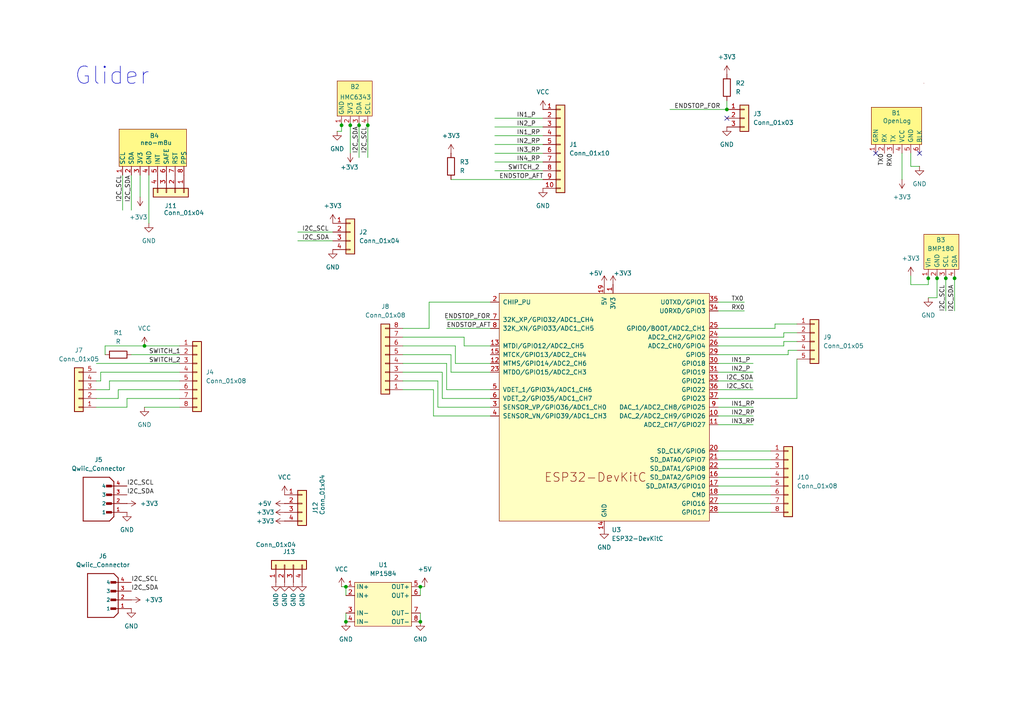
<source format=kicad_sch>
(kicad_sch (version 20250114) (generator "eeschema") (generator_version "9.0")
  (paper "A4")
  (title_block (date "2025-09-10") (rev "0"))
  (lib_symbols
    (symbol "Connector_Generic:Conn_01x03" (pin_names (offset 1.016) (hide yes))
      (property "Reference" "J" (at 0 5.08 0))
      (property "Value" "Conn_01x03" (at 0 -5.08 0))
      (symbol "Conn_01x03_1_1"
        (rectangle (start -1.27 3.81) (end 1.27 -3.81) (stroke (width 0.254)) (fill (type background)))
        (rectangle (start -1.27 2.667) (end 0 2.413) (stroke (width 0.1524)))
        (rectangle (start -1.27 0.127) (end 0 -0.127) (stroke (width 0.1524)))
        (rectangle (start -1.27 -2.413) (end 0 -2.667) (stroke (width 0.1524)))
        (pin passive line (at -5.08 2.54 0) (length 3.81) (name "Pin_1") (number "1"))
        (pin passive line (at -5.08 0 0) (length 3.81) (name "Pin_2") (number "2"))
        (pin passive line (at -5.08 -2.54 0) (length 3.81) (name "Pin_3") (number "3"))
      )
    )
    (symbol "Connector_Generic:Conn_01x04" (pin_names (offset 1.016) (hide yes))
      (property "Reference" "J" (at 0 5.08 0))
      (property "Value" "Conn_01x04" (at 0 -7.62 0))
      (symbol "Conn_01x04_1_1"
        (rectangle (start -1.27 3.81) (end 1.27 -6.35) (stroke (width 0.254)) (fill (type background)))
        (rectangle (start -1.27 2.667) (end 0 2.413) (stroke (width 0.1524)))
        (rectangle (start -1.27 0.127) (end 0 -0.127) (stroke (width 0.1524)))
        (rectangle (start -1.27 -2.413) (end 0 -2.667) (stroke (width 0.1524)))
        (rectangle (start -1.27 -4.953) (end 0 -5.207) (stroke (width 0.1524)))
        (pin passive line (at -5.08 2.54 0) (length 3.81) (name "Pin_1") (number "1"))
        (pin passive line (at -5.08 0 0) (length 3.81) (name "Pin_2") (number "2"))
        (pin passive line (at -5.08 -2.54 0) (length 3.81) (name "Pin_3") (number "3"))
        (pin passive line (at -5.08 -5.08 0) (length 3.81) (name "Pin_4") (number "4"))
      )
    )
    (symbol "Connector_Generic:Conn_01x05" (pin_names (offset 1.016) (hide yes))
      (property "Reference" "J" (at 0 7.62 0))
      (property "Value" "Conn_01x05" (at 0 -7.62 0))
      (symbol "Conn_01x05_1_1"
        (rectangle (start -1.27 6.35) (end 1.27 -6.35) (stroke (width 0.254)) (fill (type background)))
        (rectangle (start -1.27 5.207) (end 0 4.953) (stroke (width 0.1524)))
        (rectangle (start -1.27 2.667) (end 0 2.413) (stroke (width 0.1524)))
        (rectangle (start -1.27 0.127) (end 0 -0.127) (stroke (width 0.1524)))
        (rectangle (start -1.27 -2.413) (end 0 -2.667) (stroke (width 0.1524)))
        (rectangle (start -1.27 -4.953) (end 0 -5.207) (stroke (width 0.1524)))
        (pin passive line (at -5.08 5.08 0) (length 3.81) (name "Pin_1") (number "1"))
        (pin passive line (at -5.08 2.54 0) (length 3.81) (name "Pin_2") (number "2"))
        (pin passive line (at -5.08 0 0) (length 3.81) (name "Pin_3") (number "3"))
        (pin passive line (at -5.08 -2.54 0) (length 3.81) (name "Pin_4") (number "4"))
        (pin passive line (at -5.08 -5.08 0) (length 3.81) (name "Pin_5") (number "5"))
      )
    )
    (symbol "Connector_Generic:Conn_01x08" (pin_names (offset 1.016) (hide yes))
      (property "Reference" "J" (at 0 10.16 0))
      (property "Value" "Conn_01x08" (at 0 -12.7 0))
      (symbol "Conn_01x08_1_1"
        (rectangle (start -1.27 8.89) (end 1.27 -11.43) (stroke (width 0.254)) (fill (type background)))
        (rectangle (start -1.27 7.747) (end 0 7.493) (stroke (width 0.1524)))
        (rectangle (start -1.27 5.207) (end 0 4.953) (stroke (width 0.1524)))
        (rectangle (start -1.27 2.667) (end 0 2.413) (stroke (width 0.1524)))
        (rectangle (start -1.27 0.127) (end 0 -0.127) (stroke (width 0.1524)))
        (rectangle (start -1.27 -2.413) (end 0 -2.667) (stroke (width 0.1524)))
        (rectangle (start -1.27 -4.953) (end 0 -5.207) (stroke (width 0.1524)))
        (rectangle (start -1.27 -7.493) (end 0 -7.747) (stroke (width 0.1524)))
        (rectangle (start -1.27 -10.033) (end 0 -10.287) (stroke (width 0.1524)))
        (pin passive line (at -5.08 7.62 0) (length 3.81) (name "Pin_1") (number "1"))
        (pin passive line (at -5.08 5.08 0) (length 3.81) (name "Pin_2") (number "2"))
        (pin passive line (at -5.08 2.54 0) (length 3.81) (name "Pin_3") (number "3"))
        (pin passive line (at -5.08 0 0) (length 3.81) (name "Pin_4") (number "4"))
        (pin passive line (at -5.08 -2.54 0) (length 3.81) (name "Pin_5") (number "5"))
        (pin passive line (at -5.08 -5.08 0) (length 3.81) (name "Pin_6") (number "6"))
        (pin passive line (at -5.08 -7.62 0) (length 3.81) (name "Pin_7") (number "7"))
        (pin passive line (at -5.08 -10.16 0) (length 3.81) (name "Pin_8") (number "8"))
      )
    )
    (symbol "Connector_Generic:Conn_01x10" (pin_names (offset 1.016) (hide yes))
      (property "Reference" "J" (at 0 12.7 0))
      (property "Value" "Conn_01x10" (at 0 -15.24 0))
      (symbol "Conn_01x10_1_1"
        (rectangle (start -1.27 11.43) (end 1.27 -13.97) (stroke (width 0.254)) (fill (type background)))
        (rectangle (start -1.27 10.287) (end 0 10.033) (stroke (width 0.1524)))
        (rectangle (start -1.27 7.747) (end 0 7.493) (stroke (width 0.1524)))
        (rectangle (start -1.27 5.207) (end 0 4.953) (stroke (width 0.1524)))
        (rectangle (start -1.27 2.667) (end 0 2.413) (stroke (width 0.1524)))
        (rectangle (start -1.27 0.127) (end 0 -0.127) (stroke (width 0.1524)))
        (rectangle (start -1.27 -2.413) (end 0 -2.667) (stroke (width 0.1524)))
        (rectangle (start -1.27 -4.953) (end 0 -5.207) (stroke (width 0.1524)))
        (rectangle (start -1.27 -7.493) (end 0 -7.747) (stroke (width 0.1524)))
        (rectangle (start -1.27 -10.033) (end 0 -10.287) (stroke (width 0.1524)))
        (rectangle (start -1.27 -12.573) (end 0 -12.827) (stroke (width 0.1524)))
        (pin passive line (at -5.08 10.16 0) (length 3.81) (name "Pin_1") (number "1"))
        (pin passive line (at -5.08 7.62 0) (length 3.81) (name "Pin_2") (number "2"))
        (pin passive line (at -5.08 5.08 0) (length 3.81) (name "Pin_3") (number "3"))
        (pin passive line (at -5.08 2.54 0) (length 3.81) (name "Pin_4") (number "4"))
        (pin passive line (at -5.08 0 0) (length 3.81) (name "Pin_5") (number "5"))
        (pin passive line (at -5.08 -2.54 0) (length 3.81) (name "Pin_6") (number "6"))
        (pin passive line (at -5.08 -5.08 0) (length 3.81) (name "Pin_7") (number "7"))
        (pin passive line (at -5.08 -7.62 0) (length 3.81) (name "Pin_8") (number "8"))
        (pin passive line (at -5.08 -10.16 0) (length 3.81) (name "Pin_9") (number "9"))
        (pin passive line (at -5.08 -12.7 0) (length 3.81) (name "Pin_10") (number "10"))
      )
    )
    (symbol "Device:R" (pin_numbers (hide yes)) (pin_names (offset 0))
      (property "Reference" "R" (at 2.032 0 90))
      (property "Value" "R" (at 0 0 90))
      (symbol "R_0_1"
        (rectangle (start -1.016 -2.54) (end 1.016 2.54) (stroke (width 0.254)))
      )
      (symbol "R_1_1"
        (pin passive line (at 0 3.81 270) (length 1.27) (name "~") (number "1"))
        (pin passive line (at 0 -3.81 90) (length 1.27) (name "~") (number "2"))
      )
    )
    (symbol "HMC6343:HMC6343_breakout"
      (property "Reference" "B2" (at -6.858 2.286 0))
      (property "Value" "HMC6343" (at -6.858 -0.254 0))
      (symbol "HMC6343_breakout_1_1"
        (rectangle (start -7.62 4.445) (end 2.54 -5.715) (fill (type color) (color 255 248 155 1)))
        (pin input line (at -6.35 -8.4 90) (length 2.54) (name "GND") (number "1"))
        (pin input line (at -3.81 -8.4 90) (length 2.54) (name "3V3") (number "2"))
        (pin input line (at -1.27 -8.4 90) (length 2.54) (name "SDA") (number "3"))
        (pin input line (at 1.27 -8.4 90) (length 2.54) (name "SCL") (number "4"))
      )
    )
    (symbol "OpenLog:OpenLog"
      (property "Reference" "U" (at 1.778 0.762 0))
      (symbol "OpenLog_0_1"
        (rectangle (start 10.16 10.16) (end 10.16 10.16))
      )
      (symbol "OpenLog_1_1"
        (rectangle (start -5.08 3.175) (end 9.525 -7.62) (fill (type color) (color 255 249 137 1)))
        (pin input line (at -3.81 -10.16 90) (length 2.54) (name "GRN") (number "1"))
        (pin input line (at -1.27 -10.16 90) (length 2.54) (name "RX") (number "2"))
        (pin input line (at 1.27 -10.16 90) (length 2.54) (name "TX") (number "3"))
        (pin input line (at 3.81 -10.16 90) (length 2.54) (name "VCC") (number "4"))
        (pin input line (at 6.35 -10.16 90) (length 2.54) (name "GND") (number "5"))
        (pin input line (at 8.89 -10.16 90) (length 2.54) (name "BLK") (number "6"))
      )
    )
    (symbol "PCM_Espressif:ESP32-DevKitC" (pin_names (offset 1.016))
      (property "Reference" "U" (at -30.48 38.1 0))
      (property "Value" "ESP32-DevKitC" (at -30.48 35.56 0))
      (symbol "ESP32-DevKitC_0_0"
        (text "ESP32-DevKitC" (at -2.54 -20.32 0) (effects (font (size 2.54 2.54))))
        (pin power_in line (at 0 35.56 270) (length 2.54) (name "5V") (number "19"))
        (pin power_in line (at 0 -35.56 90) (length 2.54) (name "GND") (number "14"))
      )
      (symbol "ESP32-DevKitC_0_1"
        (rectangle (start -30.48 33.02) (end 30.48 -33.02) (fill (type background)))
      )
      (symbol "ESP32-DevKitC_1_1"
        (pin input line (at -33.02 30.48 0) (length 2.54) (name "CHIP_PU") (number "2"))
        (pin bidirectional line (at -33.02 25.4 0) (length 2.54) (name "32K_XP/GPIO32/ADC1_CH4") (number "7"))
        (pin bidirectional line (at -33.02 22.86 0) (length 2.54) (name "32K_XN/GPIO33/ADC1_CH5") (number "8"))
        (pin bidirectional line (at -33.02 17.78 0) (length 2.54) (name "MTDI/GPIO12/ADC2_CH5") (number "13"))
        (pin bidirectional line (at -33.02 15.24 0) (length 2.54) (name "MTCK/GPIO13/ADC2_CH4") (number "15"))
        (pin bidirectional line (at -33.02 12.7 0) (length 2.54) (name "MTMS/GPIO14/ADC2_CH6") (number "12"))
        (pin bidirectional line (at -33.02 10.16 0) (length 2.54) (name "MTDO/GPIO15/ADC2_CH3") (number "23"))
        (pin input line (at -33.02 5.08 0) (length 2.54) (name "VDET_1/GPIO34/ADC1_CH6") (number "5"))
        (pin input line (at -33.02 2.54 0) (length 2.54) (name "VDET_2/GPIO35/ADC1_CH7") (number "6"))
        (pin input line (at -33.02 0 0) (length 2.54) (name "SENSOR_VP/GPIO36/ADC1_CH0") (number "3"))
        (pin input line (at -33.02 -2.54 0) (length 2.54) (name "SENSOR_VN/GPIO39/ADC1_CH3") (number "4"))
        (pin passive line (at 0 -35.56 90) (length 2.54) (hide yes) (name "GND") (number "32"))
        (pin passive line (at 0 -35.56 90) (length 2.54) (hide yes) (name "GND") (number "38"))
        (pin power_in line (at 2.54 35.56 270) (length 2.54) (name "3V3") (number "1"))
        (pin bidirectional line (at 33.02 30.48 180) (length 2.54) (name "U0TXD/GPIO1") (number "35"))
        (pin bidirectional line (at 33.02 27.94 180) (length 2.54) (name "U0RXD/GPIO3") (number "34"))
        (pin bidirectional line (at 33.02 22.86 180) (length 2.54) (name "GPIO0/BOOT/ADC2_CH1") (number "25"))
        (pin bidirectional line (at 33.02 20.32 180) (length 2.54) (name "ADC2_CH2/GPIO2") (number "24"))
        (pin bidirectional line (at 33.02 17.78 180) (length 2.54) (name "ADC2_CH0/GPIO4") (number "26"))
        (pin bidirectional line (at 33.02 15.24 180) (length 2.54) (name "GPIO5") (number "29"))
        (pin bidirectional line (at 33.02 12.7 180) (length 2.54) (name "GPIO18") (number "30"))
        (pin bidirectional line (at 33.02 10.16 180) (length 2.54) (name "GPIO19") (number "31"))
        (pin bidirectional line (at 33.02 7.62 180) (length 2.54) (name "GPIO21") (number "33"))
        (pin bidirectional line (at 33.02 5.08 180) (length 2.54) (name "GPIO22") (number "36"))
        (pin bidirectional line (at 33.02 2.54 180) (length 2.54) (name "GPIO23") (number "37"))
        (pin bidirectional line (at 33.02 0 180) (length 2.54) (name "DAC_1/ADC2_CH8/GPIO25") (number "9"))
        (pin bidirectional line (at 33.02 -2.54 180) (length 2.54) (name "DAC_2/ADC2_CH9/GPIO26") (number "10"))
        (pin bidirectional line (at 33.02 -5.08 180) (length 2.54) (name "ADC2_CH7/GPIO27") (number "11"))
        (pin bidirectional line (at 33.02 -12.7 180) (length 2.54) (name "SD_CLK/GPIO6") (number "20"))
        (pin bidirectional line (at 33.02 -15.24 180) (length 2.54) (name "SD_DATA0/GPIO7") (number "21"))
        (pin bidirectional line (at 33.02 -17.78 180) (length 2.54) (name "SD_DATA1/GPIO8") (number "22"))
        (pin bidirectional line (at 33.02 -20.32 180) (length 2.54) (name "SD_DATA2/GPIO9") (number "16"))
        (pin bidirectional line (at 33.02 -22.86 180) (length 2.54) (name "SD_DATA3/GPIO10") (number "17"))
        (pin bidirectional line (at 33.02 -25.4 180) (length 2.54) (name "CMD") (number "18"))
        (pin bidirectional line (at 33.02 -27.94 180) (length 2.54) (name "GPIO16") (number "27"))
        (pin bidirectional line (at 33.02 -30.48 180) (length 2.54) (name "GPIO17") (number "28"))
      )
    )
    (symbol "Qwiic:Qwiic_Connector" (pin_names (offset 1.016))
      (property "Reference" "J" (at -2.54 8.382 0))
      (property "Value" "Qwiic_Connector" (at -2.54 -7.62 0))
      (symbol "Qwiic_Connector_0_0"
        (polyline (pts (xy -3.81 6.35) (xy -3.81 -3.81)) (stroke (width 0.254)))
        (polyline (pts (xy -3.81 6.35) (xy -2.54 7.62)) (stroke (width 0.254)))
        (polyline (pts (xy -3.81 -3.81) (xy -2.54 -5.08)) (stroke (width 0.254)))
        (rectangle (start -3.175 4.7625) (end -1.5875 5.3975) (stroke (width 0.1)) (fill (type outline)))
        (rectangle (start -3.175 2.2225) (end -1.5875 2.8575) (stroke (width 0.1)) (fill (type outline)))
        (rectangle (start -3.175 -0.3175) (end -1.5875 0.3175) (stroke (width 0.1)) (fill (type outline)))
        (rectangle (start -3.175 -2.8575) (end -1.5875 -2.2225) (stroke (width 0.1)) (fill (type outline)))
        (polyline (pts (xy -2.54 -5.08) (xy 5.08 -5.08)) (stroke (width 0.254)))
        (polyline (pts (xy 5.08 7.62) (xy -2.54 7.62)) (stroke (width 0.254)))
        (polyline (pts (xy 5.08 -5.08) (xy 5.08 7.62)) (stroke (width 0.254)))
        (pin passive line (at -7.62 5.08 0) (length 5.08) (name "1") (number "1"))
        (pin passive line (at -7.62 2.54 0) (length 5.08) (name "2") (number "2"))
        (pin passive line (at -7.62 0 0) (length 5.08) (name "3") (number "3"))
        (pin passive line (at -7.62 -2.54 0) (length 5.08) (name "4") (number "4"))
      )
    )
    (symbol "Symbols:MP1584"
      (property "Reference" "U" (at 0 0 0))
      (symbol "MP1584_1_1"
        (rectangle (start -7.62 1.27) (end 8.89 -11.43) (fill (type color) (color 255 252 191 1)))
        (pin input line (at -10.16 0 0) (length 2.54) (name "IN+") (number "1"))
        (pin input line (at -10.16 -2.54 0) (length 2.54) (name "IN+") (number "2"))
        (pin input line (at -10.16 -7.62 0) (length 2.54) (name "IN-") (number "3"))
        (pin input line (at -10.16 -10.16 0) (length 2.54) (name "IN-") (number "4"))
        (pin output line (at 11.43 0 180) (length 2.54) (name "OUT+") (number "5"))
        (pin output line (at 11.43 -2.54 180) (length 2.54) (name "OUT+") (number "6"))
        (pin output line (at 11.43 -7.62 180) (length 2.54) (name "OUT-") (number "7"))
        (pin output line (at 11.43 -10.16 180) (length 2.54) (name "OUT-") (number "8"))
      )
    )
    (symbol "bmp180_breakout:bmp180"
      (property "Reference" "B3" (at -1.524 1.524 0))
      (property "Value" "BMP180" (at -4.064 -1.016 0))
      (symbol "bmp180_1_1"
        (rectangle (start -5.08 3.175) (end 5.08 -6.985) (fill (type color) (color 255 248 155 1)))
        (pin input line (at -3.81 -9.6 90) (length 2.54) (name "Vin") (number "1"))
        (pin input line (at -1.27 -9.6 90) (length 2.54) (name "GND") (number "2"))
        (pin input line (at 1.27 -9.6 90) (length 2.54) (name "SCL") (number "3"))
        (pin input line (at 3.81 -9.6 90) (length 2.54) (name "SDA") (number "4"))
      )
    )
    (symbol "neo-m8u:NEO-M8U"
      (property "Reference" "B4" (at -1.016 1.27 0))
      (property "Value" "neo-m8u" (at -3.81 -0.762 0))
      (symbol "NEO-M8U_1_1"
        (rectangle (start -9.906 3.175) (end 9.652 -7.62) (fill (type color) (color 255 249 137 1)))
        (pin input line (at -8.89 -10.16 90) (length 2.54) (name "SCL") (number "1"))
        (pin input line (at -6.35 -10.16 90) (length 2.54) (name "SDA") (number "2"))
        (pin input line (at -3.81 -10.16 90) (length 2.54) (name "3V3") (number "3"))
        (pin input line (at -1.27 -10.16 90) (length 2.54) (name "GND") (number "4"))
        (pin input line (at 1.27 -10.16 90) (length 2.54) (name "INT") (number "5"))
        (pin input line (at 3.81 -10.16 90) (length 2.54) (name "SAFE") (number "6"))
        (pin input line (at 6.35 -10.16 90) (length 2.54) (name "RST") (number "7"))
        (pin input line (at 8.89 -10.16 90) (length 2.54) (name "PPS") (number "8"))
      )
    )
    (symbol "power:+3V3" (power) (pin_numbers (hide yes)) (pin_names (offset 0) (hide yes))
      (property "Value" "+3V3" (at 0 3.556 0))
      (symbol "+3V3_0_1"
        (polyline (pts (xy -0.762 1.27) (xy 0 2.54)))
        (polyline (pts (xy 0 2.54) (xy 0.762 1.27)))
        (polyline (pts (xy 0 0) (xy 0 2.54)))
      )
      (symbol "+3V3_1_1"
        (pin power_in line (at 0 0 90) (length 0) (name "~") (number "1"))
      )
    )
    (symbol "power:+5V" (power) (pin_numbers (hide yes)) (pin_names (offset 0) (hide yes))
      (property "Value" "+5V" (at 0 3.556 0))
      (symbol "+5V_0_1"
        (polyline (pts (xy -0.762 1.27) (xy 0 2.54)))
        (polyline (pts (xy 0 2.54) (xy 0.762 1.27)))
        (polyline (pts (xy 0 0) (xy 0 2.54)))
      )
      (symbol "+5V_1_1"
        (pin power_in line (at 0 0 90) (length 0) (name "~") (number "1"))
      )
    )
    (symbol "power:GND" (power) (pin_numbers (hide yes)) (pin_names (offset 0) (hide yes))
      (property "Value" "GND" (at 0 -3.81 0))
      (symbol "GND_0_1"
        (polyline (pts (xy 0 0) (xy 0 -1.27) (xy 1.27 -1.27) (xy 0 -2.54) (xy -1.27 -1.27) (xy 0 -1.27)))
      )
      (symbol "GND_1_1"
        (pin power_in line (at 0 0 270) (length 0) (name "~") (number "1"))
      )
    )
    (symbol "power:VCC" (power) (pin_numbers (hide yes)) (pin_names (offset 0) (hide yes))
      (property "Value" "VCC" (at 0 3.556 0))
      (symbol "VCC_0_1"
        (polyline (pts (xy -0.762 1.27) (xy 0 2.54)))
        (polyline (pts (xy 0 2.54) (xy 0.762 1.27)))
        (polyline (pts (xy 0 0) (xy 0 2.54)))
      )
      (symbol "VCC_1_1"
        (pin power_in line (at 0 0 90) (length 0) (name "~") (number "1"))
      )
    )
  )
  (text "Glider\n" (at 32.512 22.098 0) (effects (font (size 5 5))))
  (junction (at 269.24 80.72))
  (junction (at 121.92 170.18))
  (junction (at 101.6 36.34))
  (junction (at 121.92 180.34))
  (junction (at 100.33 170.18))
  (junction (at 106.68 36.34))
  (junction (at 99.06 36.34))
  (junction (at 276.86 80.72))
  (junction (at 100.33 180.34))
  (junction (at 210.82 31.75))
  (junction (at 104.14 36.34))
  (junction (at 271.78 80.72))
  (junction (at 41.91 100.33))
  (junction (at 274.32 80.72))
  (no_connect (at 210.82 34.29))
  (no_connect (at 266.7 44.45))
  (no_connect (at 254 44.45))
  (wire (pts (xy 34.29 115.57) (xy 34.29 113.03)))
  (wire (pts (xy 36.83 118.11) (xy 36.83 115.57)))
  (wire (pts (xy 130.81 102.87) (xy 116.84 102.87)))
  (wire (pts (xy 208.28 148.59) (xy 223.52 148.59)))
  (wire (pts (xy 128.27 107.95) (xy 128.27 115.57)))
  (wire (pts (xy 264.16 82.55) (xy 269.24 82.55)))
  (wire (pts (xy 143.51 41.91) (xy 157.48 41.91)))
  (wire (pts (xy 121.92 170.18) (xy 121.92 172.72)))
  (wire (pts (xy 31.75 113.03) (xy 31.75 110.49)))
  (wire (pts (xy 130.81 102.87) (xy 130.81 107.95)))
  (wire (pts (xy 264.16 80.01) (xy 264.16 82.55)))
  (wire (pts (xy 271.78 80.01) (xy 271.78 80.72)))
  (wire (pts (xy 29.21 107.95) (xy 52.07 107.95)))
  (wire (pts (xy 143.51 36.83) (xy 157.48 36.83)))
  (wire (pts (xy 27.94 118.11) (xy 36.83 118.11)))
  (wire (pts (xy 142.24 120.65) (xy 125.73 120.65)))
  (wire (pts (xy 208.28 130.81) (xy 223.52 130.81)))
  (wire (pts (xy 38.1 50.8) (xy 38.1 60.96)))
  (wire (pts (xy 228.6 101.6) (xy 231.14 101.6)))
  (wire (pts (xy 99.06 35.56) (xy 99.06 36.34)))
  (wire (pts (xy 269.24 86.36) (xy 271.78 86.36)))
  (wire (pts (xy 116.84 105.41) (xy 129.54 105.41)))
  (wire (pts (xy 36.83 115.57) (xy 52.07 115.57)))
  (wire (pts (xy 134.62 97.79) (xy 134.62 100.33)))
  (wire (pts (xy 143.51 44.45) (xy 157.48 44.45)))
  (wire (pts (xy 41.91 118.11) (xy 52.07 118.11)))
  (wire (pts (xy 227.33 96.52) (xy 231.14 96.52)))
  (wire (pts (xy 269.24 80.01) (xy 269.24 80.72)))
  (wire (pts (xy 30.48 100.33) (xy 41.91 100.33)))
  (wire (pts (xy 143.51 49.53) (xy 157.48 49.53)))
  (wire (pts (xy 27.94 113.03) (xy 31.75 113.03)))
  (wire (pts (xy 208.28 90.17) (xy 215.9 90.17)))
  (wire (pts (xy 208.28 140.97) (xy 223.52 140.97)))
  (wire (pts (xy 274.32 80.72) (xy 274.32 90.17)))
  (wire (pts (xy 121.92 170.18) (xy 123.19 170.18)))
  (wire (pts (xy 210.82 29.21) (xy 210.82 31.75)))
  (wire (pts (xy 208.28 138.43) (xy 223.52 138.43)))
  (wire (pts (xy 194.31 31.75) (xy 210.82 31.75)))
  (wire (pts (xy 228.6 102.87) (xy 228.6 101.6)))
  (wire (pts (xy 143.51 46.99) (xy 157.48 46.99)))
  (wire (pts (xy 116.84 97.79) (xy 134.62 97.79)))
  (wire (pts (xy 29.21 110.49) (xy 29.21 107.95)))
  (wire (pts (xy 129.54 105.41) (xy 129.54 113.03)))
  (wire (pts (xy 208.28 123.19) (xy 218.44 123.19)))
  (wire (pts (xy 38.1 102.87) (xy 52.07 102.87)))
  (wire (pts (xy 218.44 110.49) (xy 208.28 110.49)))
  (wire (pts (xy 124.46 87.63) (xy 142.24 87.63)))
  (wire (pts (xy 224.79 95.25) (xy 208.28 95.25)))
  (wire (pts (xy 208.28 102.87) (xy 228.6 102.87)))
  (wire (pts (xy 231.14 115.57) (xy 231.14 104.14)))
  (wire (pts (xy 30.48 102.87) (xy 30.48 100.33)))
  (wire (pts (xy 208.28 146.05) (xy 223.52 146.05)))
  (wire (pts (xy 128.27 107.95) (xy 116.84 107.95)))
  (wire (pts (xy 208.28 135.89) (xy 223.52 135.89)))
  (wire (pts (xy 208.28 133.35) (xy 223.52 133.35)))
  (wire (pts (xy 129.54 95.25) (xy 142.24 95.25)))
  (wire (pts (xy 124.46 87.63) (xy 124.46 95.25)))
  (wire (pts (xy 208.28 87.63) (xy 215.9 87.63)))
  (wire (pts (xy 124.46 95.25) (xy 116.84 95.25)))
  (wire (pts (xy 130.81 107.95) (xy 142.24 107.95)))
  (wire (pts (xy 116.84 110.49) (xy 127 110.49)))
  (wire (pts (xy 208.28 120.65) (xy 218.44 120.65)))
  (wire (pts (xy 116.84 113.03) (xy 125.73 113.03)))
  (wire (pts (xy 261.62 44.45) (xy 261.62 52.07)))
  (wire (pts (xy 27.94 105.41) (xy 52.07 105.41)))
  (wire (pts (xy 99.06 170.18) (xy 100.33 170.18)))
  (wire (pts (xy 143.51 39.37) (xy 157.48 39.37)))
  (wire (pts (xy 227.33 100.33) (xy 208.28 100.33)))
  (wire (pts (xy 208.28 105.41) (xy 218.44 105.41)))
  (wire (pts (xy 31.75 110.49) (xy 52.07 110.49)))
  (wire (pts (xy 208.28 118.11) (xy 218.44 118.11)))
  (wire (pts (xy 127 118.11) (xy 142.24 118.11)))
  (wire (pts (xy 101.6 35.56) (xy 101.6 36.34)))
  (wire (pts (xy 132.08 105.41) (xy 142.24 105.41)))
  (wire (pts (xy 271.78 80.72) (xy 271.78 86.36)))
  (wire (pts (xy 128.27 115.57) (xy 142.24 115.57)))
  (wire (pts (xy 121.92 177.8) (xy 121.92 180.34)))
  (wire (pts (xy 34.29 113.03) (xy 52.07 113.03)))
  (wire (pts (xy 227.33 99.06) (xy 227.33 100.33)))
  (wire (pts (xy 143.51 34.29) (xy 157.48 34.29)))
  (wire (pts (xy 208.28 143.51) (xy 223.52 143.51)))
  (wire (pts (xy 86.36 67.31) (xy 96.52 67.31)))
  (wire (pts (xy 101.6 36.34) (xy 101.6 44.45)))
  (wire (pts (xy 227.33 97.79) (xy 227.33 96.52)))
  (wire (pts (xy 231.14 93.98) (xy 224.79 93.98)))
  (wire (pts (xy 134.62 100.33) (xy 142.24 100.33)))
  (wire (pts (xy 106.68 45.72) (xy 106.68 36.34)))
  (wire (pts (xy 274.32 80.01) (xy 274.32 80.72)))
  (wire (pts (xy 130.81 52.07) (xy 157.48 52.07)))
  (wire (pts (xy 264.16 48.26) (xy 266.7 48.26)))
  (wire (pts (xy 132.08 100.33) (xy 132.08 105.41)))
  (wire (pts (xy 264.16 44.45) (xy 264.16 48.26)))
  (wire (pts (xy 224.79 93.98) (xy 224.79 95.25)))
  (wire (pts (xy 104.14 45.72) (xy 104.14 36.34)))
  (wire (pts (xy 106.68 36.34) (xy 106.68 35.56)))
  (wire (pts (xy 100.33 170.18) (xy 100.33 172.72)))
  (wire (pts (xy 27.94 115.57) (xy 34.29 115.57)))
  (wire (pts (xy 218.44 113.03) (xy 208.28 113.03)))
  (wire (pts (xy 129.54 92.71) (xy 142.24 92.71)))
  (wire (pts (xy 104.14 36.34) (xy 104.14 35.56)))
  (wire (pts (xy 129.54 113.03) (xy 142.24 113.03)))
  (wire (pts (xy 125.73 113.03) (xy 125.73 120.65)))
  (wire (pts (xy 35.56 50.8) (xy 35.56 60.96)))
  (wire (pts (xy 276.86 80.72) (xy 276.86 90.17)))
  (wire (pts (xy 208.28 97.79) (xy 227.33 97.79)))
  (wire (pts (xy 27.94 110.49) (xy 29.21 110.49)))
  (wire (pts (xy 40.64 50.8) (xy 40.64 57.15)))
  (wire (pts (xy 269.24 80.72) (xy 269.24 82.55)))
  (wire (pts (xy 41.91 100.33) (xy 52.07 100.33)))
  (wire (pts (xy 127 110.49) (xy 127 118.11)))
  (wire (pts (xy 43.18 50.8) (xy 43.18 64.77)))
  (wire (pts (xy 100.33 177.8) (xy 100.33 180.34)))
  (wire (pts (xy 208.28 115.57) (xy 231.14 115.57)))
  (wire (pts (xy 116.84 100.33) (xy 132.08 100.33)))
  (wire (pts (xy 231.14 99.06) (xy 227.33 99.06)))
  (wire (pts (xy 97.79 38.1) (xy 99.06 38.1)))
  (wire (pts (xy 276.86 80.01) (xy 276.86 80.72)))
  (wire (pts (xy 86.36 69.85) (xy 96.52 69.85)))
  (wire (pts (xy 208.28 107.95) (xy 218.44 107.95)))
  (wire (pts (xy 99.06 36.34) (xy 99.06 38.1)))
  (label "RX0" (at 212.09 90.17 0))
  (label "I2C_SDA" (at 38.1 171.45 0))
  (label "IN1_P" (at 212.09 105.41 0))
  (label "I2C_SDA" (at 87.63 69.85 0))
  (label "TX0" (at 212.09 87.63 0))
  (label "I2C_SDA" (at 218.44 110.49 180))
  (label "IN2_RP" (at 149.86 41.91 0))
  (label "TX0" (at 256.54 44.45 270))
  (label "IN2_P" (at 212.09 107.95 0))
  (label "ENDSTOP_FOR" (at 142.24 92.71 180))
  (label "I2C_SDA" (at 36.83 143.51 0))
  (label "IN2_P" (at 149.86 36.83 0))
  (label "I2C_SCL" (at 38.1 168.91 0))
  (label "I2C_SCL" (at 274.32 82.55 270))
  (label "SWITCH_2" (at 43.18 105.41 0))
  (label "IN3_RP" (at 212.09 123.19 0))
  (label "I2C_SCL" (at 35.56 50.8 270))
  (label "IN3_RP" (at 149.86 44.45 0))
  (label "I2C_SDA" (at 104.14 44.45 90))
  (label "I2C_SDA" (at 38.1 50.8 270))
  (label "SWITCH_1" (at 43.18 102.87 0))
  (label "RX0" (at 259.08 44.45 270))
  (label "I2C_SDA" (at 276.86 82.55 270))
  (label "ENDSTOP_FOR" (at 195.58 31.75 0))
  (label "IN1_RP" (at 212.09 118.11 0))
  (label "SWITCH_2" (at 147.32 49.53 0))
  (label "IN1_P" (at 149.86 34.29 0))
  (label "ENDSTOP_AFT" (at 129.54 95.25 0))
  (label "I2C_SCL" (at 218.44 113.03 180))
  (label "ENDSTOP_AFT" (at 144.78 52.07 0))
  (label "IN2_RP" (at 212.09 120.65 0))
  (label "IN4_RP" (at 149.86 46.99 0))
  (label "I2C_SCL" (at 87.63 67.31 0))
  (label "I2C_SCL" (at 106.68 44.45 90))
  (label "I2C_SCL" (at 36.83 140.97 0))
  (label "IN1_RP" (at 149.86 39.37 0))
  (symbol (lib_id "Connector_Generic:Conn_01x05") (at 22.86 113.03 180) (unit 1)
    (property "Reference" "J7" (at 22.86 101.6 0))
    (property "Value" "Conn_01x05" (at 22.86 104.14 0))
    (property "Footprint" "Connector_PinHeader_2.54mm:PinHeader_1x05_P2.54mm_Vertical" (effects (hide yes)))
    (property "Description" "Generic connector, single row, 01x05, script generated (kicad-library-utils/schlib/autogen/connector/)" (effects (hide yes)))
  )
  (symbol (lib_id "power:GND") (at 97.79 38.1 0) (unit 1)
    (property "Reference" "#PWR014" (effects (hide yes)))
    (property "Value" "GND" (at 97.79 43.18 0))
    (property "Description" "Power symbol creates a global label with name \"GND\" , ground" (effects (hide yes)))
  )
  (symbol (lib_id "power:GND") (at 82.55 168.91 0) (unit 1)
    (property "Reference" "#PWR035" (effects (hide yes)))
    (property "Value" "GND" (at 82.55 173.99 90))
    (property "Description" "Power symbol creates a global label with name \"GND\" , ground" (effects (hide yes)))
  )
  (symbol (lib_id "power:GND") (at 87.63 168.91 0) (unit 1)
    (property "Reference" "#PWR033" (effects (hide yes)))
    (property "Value" "GND" (at 87.63 173.99 90))
    (property "Description" "Power symbol creates a global label with name \"GND\" , ground" (effects (hide yes)))
  )
  (symbol (lib_id "neo-m8u:NEO-M8U") (at 44.45 40.64 0) (unit 1)
    (property "Reference" "B4" (at 43.434 39.37 0) (effects (justify left)))
    (property "Value" "neo-m8u" (at 40.64 41.402 0) (effects (justify left)))
    (property "Footprint" "NEO-M8U:neo-m8u" (effects (hide yes)))
  )
  (symbol (lib_id "Device:R") (at 210.82 25.4 180) (unit 1)
    (property "Reference" "R2" (at 213.36 24.1299 0) (effects (justify right)))
    (property "Value" "R" (at 213.36 26.6699 0) (effects (justify right)))
    (property "Footprint" "Resistor_THT:R_Axial_DIN0207_L6.3mm_D2.5mm_P7.62mm_Horizontal" (effects (hide yes)))
    (property "Description" "Resistor" (effects (hide yes)))
  )
  (symbol (lib_id "Device:R") (at 34.29 102.87 90) (unit 1)
    (property "Reference" "R1" (at 34.29 96.52 90))
    (property "Value" "R" (at 34.29 99.06 90))
    (property "Footprint" "Resistor_THT:R_Axial_DIN0207_L6.3mm_D2.5mm_P7.62mm_Horizontal" (effects (hide yes)))
    (property "Description" "Resistor" (effects (hide yes)))
  )
  (symbol (lib_id "Connector_Generic:Conn_01x08") (at 228.6 138.43 0) (unit 1)
    (property "Reference" "J10" (at 231.14 138.4299 0) (effects (justify left)))
    (property "Value" "Conn_01x08" (at 231.14 140.9699 0) (effects (justify left)))
    (property "Description" "Generic connector, single row, 01x08, script generated (kicad-library-utils/schlib/autogen/connector/)" (effects (hide yes)))
  )
  (symbol (lib_id "power:GND") (at 121.92 180.34 0) (unit 1)
    (property "Reference" "#PWR08" (effects (hide yes)))
    (property "Value" "GND" (at 121.92 185.42 0))
    (property "Description" "Power symbol creates a global label with name \"GND\" , ground" (effects (hide yes)))
  )
  (symbol (lib_id "power:GND") (at 36.83 148.59 0) (unit 1)
    (property "Reference" "#PWR022" (effects (hide yes)))
    (property "Value" "GND" (at 36.83 153.67 0))
    (property "Description" "Power symbol creates a global label with name \"GND\" , ground" (effects (hide yes)))
  )
  (symbol (lib_id "Connector_Generic:Conn_01x05") (at 236.22 99.06 0) (unit 1)
    (property "Reference" "J9" (at 238.76 97.7899 0) (effects (justify left)))
    (property "Value" "Conn_01x05" (at 238.76 100.3299 0) (effects (justify left)))
    (property "Footprint" "Connector_PinHeader_2.54mm:PinHeader_1x05_P2.54mm_Vertical" (effects (hide yes)))
    (property "Description" "Generic connector, single row, 01x05, script generated (kicad-library-utils/schlib/autogen/connector/)" (effects (hide yes)))
  )
  (symbol (lib_id "power:GND") (at 266.7 48.26 0) (unit 1)
    (property "Reference" "#PWR013" (effects (hide yes)))
    (property "Value" "GND" (at 266.7 53.34 0))
    (property "Description" "Power symbol creates a global label with name \"GND\" , ground" (effects (hide yes)))
  )
  (symbol (lib_id "PCM_Espressif:ESP32-DevKitC") (at 175.26 118.11 0) (unit 1)
    (property "Reference" "U3" (at 177.4033 153.67 0) (effects (justify left)))
    (property "Value" "ESP32-DevKitC" (at 177.4033 156.21 0) (effects (justify left)))
    (property "Footprint" "PCM_Espressif:ESP32-DevKitC" (effects (hide yes)))
    (property "Datasheet" "https://docs.espressif.com/projects/esp-idf/zh_CN/latest/esp32/hw-reference/esp32/get-started-devkitc.html" (effects (hide yes)))
    (property "Description" "Development Kit" (effects (hide yes)))
  )
  (symbol (lib_id "power:VCC") (at 82.55 143.51 0) (unit 1)
    (property "Reference" "#PWR029" (effects (hide yes)))
    (property "Value" "VCC" (at 82.55 138.43 0))
    (property "Description" "Power symbol creates a global label with name \"VCC\"" (effects (hide yes)))
  )
  (symbol (lib_id "Connector_Generic:Conn_01x08") (at 57.15 107.95 0) (unit 1)
    (property "Reference" "J4" (at 59.69 107.9499 0) (effects (justify left)))
    (property "Value" "Conn_01x08" (at 59.69 110.4899 0) (effects (justify left)))
    (property "Footprint" "Connector_JST:JST_XH_B8B-XH-AM_1x08_P2.50mm_Vertical" (effects (hide yes)))
    (property "Description" "Generic connector, single row, 01x08, script generated (kicad-library-utils/schlib/autogen/connector/)" (effects (hide yes)))
  )
  (symbol (lib_id "Qwiic:Qwiic_Connector") (at 29.21 143.51 180) (unit 1)
    (property "Reference" "J5" (at 28.575 133.35 0))
    (property "Value" "Qwiic_Connector" (at 28.575 135.89 0))
    (property "Footprint" "Qwiic:Qwiic" (effects (hide yes)))
    (property "MF" "SparkFun Electronics" (effects (hide yes)))
    (property "MAXIMUM_PACKAGE_HEIGHT" "2.9 mm" (effects (hide yes)))
    (property "Package" "None" (effects (hide yes)))
    (property "Price" "None" (effects (hide yes)))
    (property "Check_prices" "https://www.snapeda.com/parts/PRT-14417/SparkFun/view-part/?ref=eda" (effects (hide yes)))
    (property "STANDARD" "Manufacturer Recommendations" (effects (hide yes)))
    (property "PARTREV" "NA" (effects (hide yes)))
    (property "SnapEDA_Link" "https://www.snapeda.com/parts/PRT-14417/SparkFun/view-part/?ref=snap" (effects (hide yes)))
    (property "MP" "PRT-14417" (effects (hide yes)))
    (property "Purchase-URL" "https://www.snapeda.com/api/url_track_click_mouser/?unipart_id=2758166&manufacturer=SparkFun Electronics&part_name=PRT-14417&search_term=None" (effects (hide yes)))
    (property "Description_1" "QWIIC JST CONNECTOR - SMD 4-PIN" (effects (hide yes)))
    (property "Availability" "In Stock" (effects (hide yes)))
    (property "MANUFACTURER" "SparkFun Electronics" (effects (hide yes)))
  )
  (symbol (lib_id "power:+3V3") (at 36.83 146.05 270) (unit 1)
    (property "Reference" "#PWR024" (effects (hide yes)))
    (property "Value" "+3V3" (at 40.64 146.0499 90) (effects (justify left)))
    (property "Description" "Power symbol creates a global label with name \"+3V3\"" (effects (hide yes)))
  )
  (symbol (lib_id "power:+5V") (at 175.26 82.55 0) (unit 1)
    (property "Reference" "#PWR015" (effects (hide yes)))
    (property "Value" "+5V" (at 172.72 79.248 0))
    (property "Description" "Power symbol creates a global label with name \"+5V\"" (effects (hide yes)))
  )
  (symbol (lib_id "OpenLog:OpenLog") (at 257.81 34.29 0) (unit 1)
    (property "Reference" "B1" (at 258.572 32.766 0) (effects (justify left)))
    (property "Value" "OpenLog" (at 256.032 35.052 0) (effects (justify left)))
    (property "Footprint" "OpenLog:OpenLog" (effects (hide yes)))
  )
  (symbol (lib_id "power:+3V3") (at 101.6 44.45 180) (unit 1)
    (property "Reference" "#PWR011" (effects (hide yes)))
    (property "Value" "+3V3" (at 101.346 48.514 0))
    (property "Description" "Power symbol creates a global label with name \"+3V3\"" (effects (hide yes)))
  )
  (symbol (lib_id "HMC6343:HMC6343_breakout") (at 105.41 27.94 0) (unit 1)
    (property "Reference" "B2" (at 101.6 25.146 0) (effects (justify left)))
    (property "Value" "HMC6343" (at 98.552 28.194 0) (effects (justify left)))
    (property "Footprint" "HMC6343_breakout:HMC6343" (effects (hide yes)))
  )
  (symbol (lib_id "power:GND") (at 210.82 36.83 0) (unit 1)
    (property "Reference" "#PWR026" (effects (hide yes)))
    (property "Value" "GND" (at 210.82 41.91 0))
    (property "Description" "Power symbol creates a global label with name \"GND\" , ground" (effects (hide yes)))
  )
  (symbol (lib_id "power:GND") (at 85.09 168.91 0) (unit 1)
    (property "Reference" "#PWR034" (effects (hide yes)))
    (property "Value" "GND" (at 85.09 173.99 90))
    (property "Description" "Power symbol creates a global label with name \"GND\" , ground" (effects (hide yes)))
  )
  (symbol (lib_id "Connector_Generic:Conn_01x04") (at 50.8 55.88 270) (unit 1)
    (property "Reference" "J11" (at 49.53 59.69 90))
    (property "Value" "Conn_01x04" (at 53.34 61.722 90))
    (property "Footprint" "Connector_PinHeader_2.54mm:PinHeader_1x04_P2.54mm_Vertical" (effects (hide yes)))
    (property "Description" "Generic connector, single row, 01x04, script generated (kicad-library-utils/schlib/autogen/connector/)" (effects (hide yes)))
  )
  (symbol (lib_id "bmp180_breakout:bmp180") (at 273.05 71.12 0) (unit 1)
    (property "Reference" "B3" (at 271.526 69.596 0) (effects (justify left)))
    (property "Value" "BMP180" (at 268.986 72.136 0) (effects (justify left)))
    (property "Footprint" "bmp180_breakout:bmp180" (effects (hide yes)))
  )
  (symbol (lib_id "Connector_Generic:Conn_01x03") (at 215.9 34.29 0) (unit 1)
    (property "Reference" "J3" (at 218.44 33.0199 0) (effects (justify left)))
    (property "Value" "Conn_01x03" (at 218.44 35.5599 0) (effects (justify left)))
    (property "Footprint" "Connector_JST:JST_XH_B3B-XH-AM_1x03_P2.50mm_Vertical" (effects (hide yes)))
    (property "Description" "Generic connector, single row, 01x03, script generated (kicad-library-utils/schlib/autogen/connector/)" (effects (hide yes)))
  )
  (symbol (lib_id "power:+3V3") (at 38.1 173.99 270) (unit 1)
    (property "Reference" "#PWR025" (effects (hide yes)))
    (property "Value" "+3V3" (at 41.91 173.9899 90) (effects (justify left)))
    (property "Description" "Power symbol creates a global label with name \"+3V3\"" (effects (hide yes)))
  )
  (symbol (lib_id "power:GND") (at 175.26 153.67 0) (unit 1)
    (property "Reference" "#PWR05" (effects (hide yes)))
    (property "Value" "GND" (at 175.26 158.75 0))
    (property "Description" "Power symbol creates a global label with name \"GND\" , ground" (effects (hide yes)))
  )
  (symbol (lib_id "Connector_Generic:Conn_01x10") (at 162.56 41.91 0) (unit 1)
    (property "Reference" "J1" (at 165.1 41.9099 0) (effects (justify left)))
    (property "Value" "Conn_01x10" (at 165.1 44.4499 0) (effects (justify left)))
    (property "Footprint" "Connector_JST:JST_XH_S10B-XH-A-1_1x10_P2.50mm_Horizontal" (effects (hide yes)))
    (property "Description" "Generic connector, single row, 01x10, script generated (kicad-library-utils/schlib/autogen/connector/)" (effects (hide yes)))
  )
  (symbol (lib_id "Connector_Generic:Conn_01x04") (at 87.63 146.05 0) (unit 1)
    (property "Reference" "J12" (at 91.44 147.32 90))
    (property "Value" "Conn_01x04" (at 93.472 143.51 90))
    (property "Footprint" "Connector_PinHeader_2.54mm:PinHeader_1x04_P2.54mm_Vertical" (effects (hide yes)))
    (property "Description" "Generic connector, single row, 01x04, script generated (kicad-library-utils/schlib/autogen/connector/)" (effects (hide yes)))
  )
  (symbol (lib_id "power:+5V") (at 123.19 170.18 0) (unit 1)
    (property "Reference" "#PWR02" (effects (hide yes)))
    (property "Value" "+5V" (at 123.19 165.1 0))
    (property "Description" "Power symbol creates a global label with name \"+5V\"" (effects (hide yes)))
  )
  (symbol (lib_id "Connector_Generic:Conn_01x04") (at 82.55 163.83 90) (unit 1)
    (property "Reference" "J13" (at 83.82 160.02 90))
    (property "Value" "Conn_01x04" (at 80.01 157.988 90))
    (property "Footprint" "Connector_PinHeader_2.54mm:PinHeader_1x04_P2.54mm_Vertical" (effects (hide yes)))
    (property "Description" "Generic connector, single row, 01x04, script generated (kicad-library-utils/schlib/autogen/connector/)" (effects (hide yes)))
  )
  (symbol (lib_id "power:+3V3") (at 177.8 82.55 0) (unit 1)
    (property "Reference" "#PWR04" (effects (hide yes)))
    (property "Value" "+3V3" (at 180.594 79.248 0))
    (property "Description" "Power symbol creates a global label with name \"+3V3\"" (effects (hide yes)))
  )
  (symbol (lib_id "power:+3V3") (at 210.82 21.59 0) (unit 1)
    (property "Reference" "#PWR027" (effects (hide yes)))
    (property "Value" "+3V3" (at 210.82 16.51 0))
    (property "Description" "Power symbol creates a global label with name \"+3V3\"" (effects (hide yes)))
  )
  (symbol (lib_id "Qwiic:Qwiic_Connector") (at 30.48 171.45 180) (unit 1)
    (property "Reference" "J6" (at 29.845 161.29 0))
    (property "Value" "Qwiic_Connector" (at 29.845 163.83 0))
    (property "Footprint" "Qwiic:Qwiic" (effects (hide yes)))
    (property "MF" "SparkFun Electronics" (effects (hide yes)))
    (property "MAXIMUM_PACKAGE_HEIGHT" "2.9 mm" (effects (hide yes)))
    (property "Package" "None" (effects (hide yes)))
    (property "Price" "None" (effects (hide yes)))
    (property "Check_prices" "https://www.snapeda.com/parts/PRT-14417/SparkFun/view-part/?ref=eda" (effects (hide yes)))
    (property "STANDARD" "Manufacturer Recommendations" (effects (hide yes)))
    (property "PARTREV" "NA" (effects (hide yes)))
    (property "SnapEDA_Link" "https://www.snapeda.com/parts/PRT-14417/SparkFun/view-part/?ref=snap" (effects (hide yes)))
    (property "MP" "PRT-14417" (effects (hide yes)))
    (property "Purchase-URL" "https://www.snapeda.com/api/url_track_click_mouser/?unipart_id=2758166&manufacturer=SparkFun Electronics&part_name=PRT-14417&search_term=None" (effects (hide yes)))
    (property "Description_1" "QWIIC JST CONNECTOR - SMD 4-PIN" (effects (hide yes)))
    (property "Availability" "In Stock" (effects (hide yes)))
    (property "MANUFACTURER" "SparkFun Electronics" (effects (hide yes)))
  )
  (symbol (lib_id "power:+3V3") (at 96.52 64.77 0) (unit 1)
    (property "Reference" "#PWR018" (effects (hide yes)))
    (property "Value" "+3V3" (at 96.52 59.69 0))
    (property "Description" "Power symbol creates a global label with name \"+3V3\"" (effects (hide yes)))
  )
  (symbol (lib_id "power:+3V3") (at 130.81 44.45 0) (unit 1)
    (property "Reference" "#PWR028" (effects (hide yes)))
    (property "Value" "+3V3" (at 130.81 39.37 0))
    (property "Description" "Power symbol creates a global label with name \"+3V3\"" (effects (hide yes)))
  )
  (symbol (lib_id "power:+5V") (at 82.55 146.05 90) (unit 1)
    (property "Reference" "#PWR030" (effects (hide yes)))
    (property "Value" "+5V" (at 78.74 146.0499 90) (effects (justify left)))
    (property "Description" "Power symbol creates a global label with name \"+5V\"" (effects (hide yes)))
  )
  (symbol (lib_id "power:+3V3") (at 82.55 151.13 90) (unit 1)
    (property "Reference" "#PWR032" (effects (hide yes)))
    (property "Value" "+3V3" (at 76.962 151.13 90))
    (property "Description" "Power symbol creates a global label with name \"+3V3\"" (effects (hide yes)))
  )
  (symbol (lib_id "Connector_Generic:Conn_01x08") (at 111.76 105.41 180) (unit 1)
    (property "Reference" "J8" (at 111.76 88.9 0))
    (property "Value" "Conn_01x08" (at 111.76 91.44 0))
    (property "Description" "Generic connector, single row, 01x08, script generated (kicad-library-utils/schlib/autogen/connector/)" (effects (hide yes)))
  )
  (symbol (lib_id "Connector_Generic:Conn_01x04") (at 101.6 67.31 0) (unit 1)
    (property "Reference" "J2" (at 104.14 67.3099 0) (effects (justify left)))
    (property "Value" "Conn_01x04" (at 104.14 69.8499 0) (effects (justify left)))
    (property "Footprint" "Connector_JST:JST_XH_B4B-XH-AM_1x04_P2.50mm_Vertical" (effects (hide yes)))
    (property "Description" "Generic connector, single row, 01x04, script generated (kicad-library-utils/schlib/autogen/connector/)" (effects (hide yes)))
  )
  (symbol (lib_id "power:GND") (at 80.01 168.91 0) (unit 1)
    (property "Reference" "#PWR036" (effects (hide yes)))
    (property "Value" "GND" (at 80.01 173.99 90))
    (property "Description" "Power symbol creates a global label with name \"GND\" , ground" (effects (hide yes)))
  )
  (symbol (lib_id "power:VCC") (at 41.91 100.33 0) (unit 1)
    (property "Reference" "#PWR020" (effects (hide yes)))
    (property "Value" "VCC" (at 41.91 95.25 0))
    (property "Description" "Power symbol creates a global label with name \"VCC\"" (effects (hide yes)))
  )
  (symbol (lib_id "power:VCC") (at 157.48 31.75 0) (unit 1)
    (property "Reference" "#PWR017" (effects (hide yes)))
    (property "Value" "VCC" (at 157.48 26.67 0))
    (property "Description" "Power symbol creates a global label with name \"VCC\"" (effects (hide yes)))
  )
  (symbol (lib_id "power:+3V3") (at 40.64 57.15 180) (unit 1)
    (property "Reference" "#PWR03" (effects (hide yes)))
    (property "Value" "+3V3" (at 40.132 62.992 0))
    (property "Description" "Power symbol creates a global label with name \"+3V3\"" (effects (hide yes)))
  )
  (symbol (lib_id "power:+3V3") (at 261.62 52.07 180) (unit 1)
    (property "Reference" "#PWR07" (effects (hide yes)))
    (property "Value" "+3V3" (at 261.62 57.15 0))
    (property "Description" "Power symbol creates a global label with name \"+3V3\"" (effects (hide yes)))
  )
  (symbol (lib_id "power:VCC") (at 99.06 170.18 0) (unit 1)
    (property "Reference" "#PWR016" (effects (hide yes)))
    (property "Value" "VCC" (at 99.06 165.1 0))
    (property "Description" "Power symbol creates a global label with name \"VCC\"" (effects (hide yes)))
  )
  (symbol (lib_id "Device:R") (at 130.81 48.26 180) (unit 1)
    (property "Reference" "R3" (at 133.35 46.9899 0) (effects (justify right)))
    (property "Value" "R" (at 133.35 49.5299 0) (effects (justify right)))
    (property "Footprint" "Resistor_THT:R_Axial_DIN0207_L6.3mm_D2.5mm_P7.62mm_Horizontal" (effects (hide yes)))
    (property "Description" "Resistor" (effects (hide yes)))
  )
  (symbol (lib_id "power:+3V3") (at 82.55 148.59 90) (unit 1)
    (property "Reference" "#PWR031" (effects (hide yes)))
    (property "Value" "+3V3" (at 76.962 148.59 90))
    (property "Description" "Power symbol creates a global label with name \"+3V3\"" (effects (hide yes)))
  )
  (symbol (lib_id "power:+3V3") (at 264.16 80.01 0) (unit 1)
    (property "Reference" "#PWR06" (effects (hide yes)))
    (property "Value" "+3V3" (at 264.16 74.93 0))
    (property "Description" "Power symbol creates a global label with name \"+3V3\"" (effects (hide yes)))
  )
  (symbol (lib_id "power:GND") (at 100.33 180.34 0) (unit 1)
    (property "Reference" "#PWR09" (effects (hide yes)))
    (property "Value" "GND" (at 100.33 185.42 0))
    (property "Description" "Power symbol creates a global label with name \"GND\" , ground" (effects (hide yes)))
  )
  (symbol (lib_id "power:GND") (at 43.18 64.77 0) (unit 1)
    (property "Reference" "#PWR01" (effects (hide yes)))
    (property "Value" "GND" (at 43.18 69.85 0))
    (property "Description" "Power symbol creates a global label with name \"GND\" , ground" (effects (hide yes)))
  )
  (symbol (lib_id "power:GND") (at 157.48 54.61 0) (unit 1)
    (property "Reference" "#PWR010" (effects (hide yes)))
    (property "Value" "GND" (at 157.48 59.69 0))
    (property "Description" "Power symbol creates a global label with name \"GND\" , ground" (effects (hide yes)))
  )
  (symbol (lib_id "power:GND") (at 96.52 72.39 0) (unit 1)
    (property "Reference" "#PWR019" (effects (hide yes)))
    (property "Value" "GND" (at 96.52 77.47 0))
    (property "Description" "Power symbol creates a global label with name \"GND\" , ground" (effects (hide yes)))
  )
  (symbol (lib_id "power:GND") (at 38.1 176.53 0) (unit 1)
    (property "Reference" "#PWR023" (effects (hide yes)))
    (property "Value" "GND" (at 38.1 181.61 0))
    (property "Description" "Power symbol creates a global label with name \"GND\" , ground" (effects (hide yes)))
  )
  (symbol (lib_id "power:GND") (at 269.24 86.36 0) (unit 1)
    (property "Reference" "#PWR012" (effects (hide yes)))
    (property "Value" "GND" (at 269.24 91.44 0))
    (property "Description" "Power symbol creates a global label with name \"GND\" , ground" (effects (hide yes)))
  )
  (symbol (lib_id "power:GND") (at 41.91 118.11 0) (unit 1)
    (property "Reference" "#PWR021" (effects (hide yes)))
    (property "Value" "GND" (at 41.91 123.19 0))
    (property "Description" "Power symbol creates a global label with name \"GND\" , ground" (effects (hide yes)))
  )
  (symbol (lib_id "Symbols:MP1584") (at 110.49 170.18 0) (unit 1)
    (property "Reference" "U1" (at 111.125 163.83 0))
    (property "Value" "MP1584" (at 111.125 166.37 0))
    (property "Footprint" "MPT1584:SRT_MPT1584EN_Module" (effects (hide yes)))
  )
)
</source>
